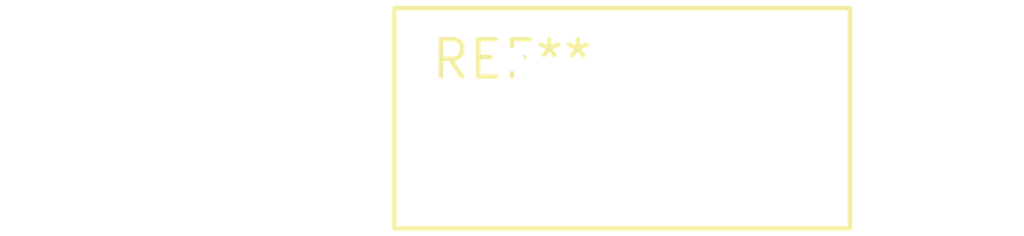
<source format=kicad_pcb>
(kicad_pcb (version 20240108) (generator pcbnew)
  (layers (0 "F.Cu" signal) (31 "B.Cu" signal) (34 "B.Paste" user) (35 "F.Paste" user) (36 "B.SilkS" user "B.Silkscreen") (37 "F.SilkS" user "F.Silkscreen") (38 "B.Mask" user) (39 "F.Mask" user) (44 "Edge.Cuts" user))
  (net 0 "")
  (footprint "RV_Disc_D15.5mm_W7.5mm_P7.5mm" (layer "F.Cu") (at 0 0)
    (property "Reference" "REF**")
    (property "Value" "RV_Disc_D15.5mm_W7.5mm_P7.5mm")
    (fp_line (start -4 -1.75) (end -4 5.75) (layer "F.SilkS") (stroke (width 0.15)))
    (fp_line (start -4 -1.75) (end 11.5 -1.75) (layer "F.SilkS") (stroke (width 0.15)))
    (fp_line (start -4 5.75) (end 11.5 5.75) (layer "F.SilkS") (stroke (width 0.15)))
    (fp_line (start 11.5 -1.75) (end 11.5 5.75) (layer "F.SilkS") (stroke (width 0.15)))
    (pad "1" thru_hole circle (at 0 0) (size 1.8 1.8) (drill 0.8) (layers *.Cu *.Mask) (remove_unused_layers))
    (pad "2" thru_hole circle (at 7.5 4) (size 1.8 1.8) (drill 0.8) (layers *.Cu *.Mask) (remove_unused_layers))
  )
)
</source>
